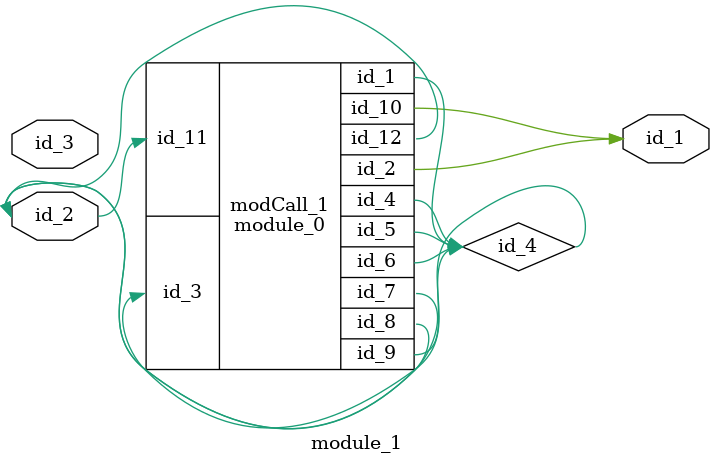
<source format=v>
module module_0 (
    id_1,
    id_2,
    id_3,
    id_4,
    id_5,
    id_6,
    id_7,
    id_8,
    id_9,
    id_10,
    id_11,
    id_12
);
  output wire id_12;
  input wire id_11;
  output wire id_10;
  inout wire id_9;
  output wire id_8;
  inout wire id_7;
  output wire id_6;
  inout wire id_5;
  output wire id_4;
  input wire id_3;
  output wire id_2;
  inout wire id_1;
  assign id_10 = id_9;
  wire id_13;
endmodule
module module_1 (
    id_1,
    id_2,
    id_3
);
  input wire id_3;
  inout wire id_2;
  output wire id_1;
  wire id_4;
  module_0 modCall_1 (
      id_4,
      id_1,
      id_4,
      id_4,
      id_4,
      id_4,
      id_2,
      id_2,
      id_4,
      id_1,
      id_2,
      id_2
  );
endmodule

</source>
